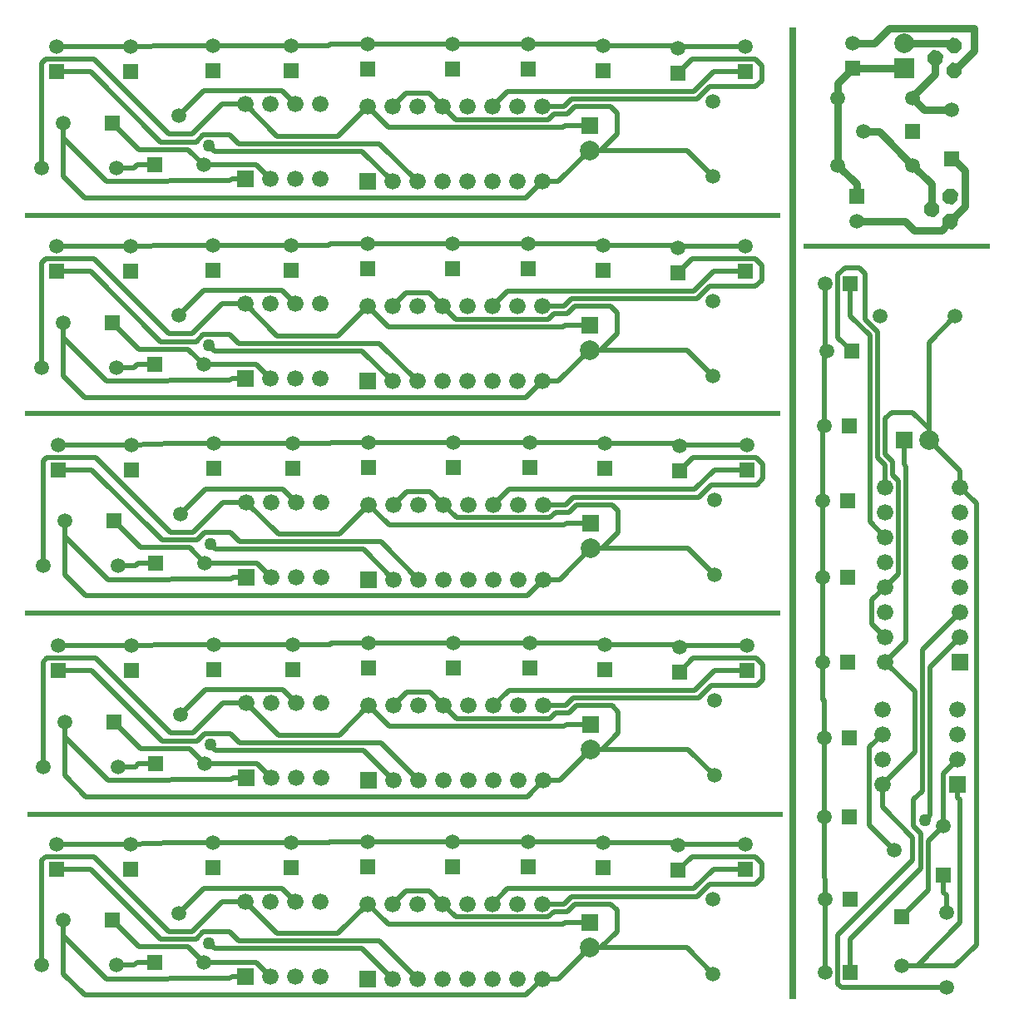
<source format=gbl>
G04 Layer_Physical_Order=2*
G04 Layer_Color=16711680*
%FSLAX25Y25*%
%MOIN*%
G70*
G01*
G75*
%ADD10C,0.03000*%
%ADD11C,0.02000*%
%ADD12R,0.74803X0.02362*%
%ADD13C,0.05905*%
%ADD14C,0.07874*%
%ADD15R,0.07874X0.07874*%
%ADD16R,0.05905X0.05905*%
%ADD17R,0.05905X0.05905*%
%ADD18R,0.02756X3.89764*%
%ADD19C,0.06600*%
%ADD20R,0.06600X0.06600*%
%ADD21R,0.07087X0.07087*%
%ADD22C,0.05937*%
%ADD23R,3.03150X0.02362*%
%ADD24R,0.06600X0.06600*%
%ADD25R,0.07087X0.07087*%
%ADD26C,0.05000*%
G36*
X375958Y389428D02*
X377664Y387566D01*
X377554Y385042D01*
X375692Y383336D01*
X373168Y383446D01*
X371462Y385308D01*
X371572Y387832D01*
X373434Y389538D01*
X375958Y389428D01*
D02*
G37*
G36*
X368458Y384428D02*
X370164Y382566D01*
X370054Y380042D01*
X368192Y378336D01*
X365668Y378446D01*
X363962Y380308D01*
X364072Y382832D01*
X365934Y384538D01*
X368458Y384428D01*
D02*
G37*
G36*
X375958Y379428D02*
X377664Y377566D01*
X377554Y375042D01*
X375692Y373336D01*
X373168Y373446D01*
X371462Y375308D01*
X371572Y377832D01*
X373434Y379538D01*
X375958Y379428D01*
D02*
G37*
G36*
X374458Y328928D02*
X376164Y327066D01*
X376054Y324542D01*
X374192Y322836D01*
X371668Y322946D01*
X369962Y324808D01*
X370072Y327332D01*
X371934Y329038D01*
X374458Y328928D01*
D02*
G37*
G36*
X366958Y323928D02*
X368664Y322066D01*
X368554Y319542D01*
X366692Y317836D01*
X364168Y317946D01*
X362462Y319808D01*
X362572Y322332D01*
X364434Y324038D01*
X366958Y323928D01*
D02*
G37*
G36*
X374458Y318928D02*
X376164Y317066D01*
X376054Y314542D01*
X374192Y312836D01*
X371668Y312946D01*
X369962Y314808D01*
X370072Y317332D01*
X371934Y319038D01*
X374458Y318928D01*
D02*
G37*
D10*
X348626Y393500D02*
X382563D01*
X342563Y387437D02*
X348626Y393500D01*
X382563Y384437D02*
Y393500D01*
X335563Y325937D02*
Y330937D01*
X328063Y338437D02*
X335563Y330937D01*
X373563Y387437D02*
X374563Y386437D01*
X354563Y387437D02*
X373563D01*
X334063Y377437D02*
X354563D01*
X367063Y374937D02*
Y381437D01*
X358063Y365937D02*
X367063Y374937D01*
X358063Y365437D02*
Y365937D01*
X374563Y376437D02*
X382563Y384437D01*
X334063Y387437D02*
X342563D01*
X358063Y365437D02*
X362720Y360780D01*
X373563D01*
X373563Y341094D02*
X374406D01*
X379063Y336437D01*
Y321937D02*
Y336437D01*
X373063Y315937D02*
X379063Y321937D01*
X358063Y338437D02*
X365563Y330937D01*
Y320937D02*
Y330937D01*
X369563Y312437D02*
X373063Y315937D01*
X358563Y312437D02*
X369563D01*
X355063Y315937D02*
X358563Y312437D01*
X335563Y315937D02*
X355063D01*
X344563Y351937D02*
X358063Y338437D01*
X338221Y351937D02*
X344563D01*
X328063Y371437D02*
X334063Y377437D01*
X328063Y365437D02*
Y371437D01*
Y338437D02*
Y365437D01*
D11*
X322500Y109000D02*
Y124000D01*
X322000Y124500D02*
X322500Y124000D01*
X322000Y124500D02*
Y139500D01*
X322500Y77500D02*
Y109000D01*
X322000Y139500D02*
Y173500D01*
X323000Y15000D02*
Y44500D01*
X322000Y173500D02*
Y204000D01*
Y233500D01*
X323000Y264500D02*
Y291000D01*
X371500Y39000D02*
Y46000D01*
X370343Y47157D02*
X371500Y46000D01*
X370343Y47157D02*
Y54157D01*
X364500Y267500D02*
X375000Y278000D01*
X370343Y73843D02*
Y94843D01*
X376000Y100500D01*
X340700Y105200D02*
X346000Y110500D01*
X340700Y73957D02*
Y105200D01*
Y73957D02*
X350657Y64000D01*
X364500Y228500D02*
X377000Y216000D01*
Y209500D02*
Y216000D01*
X354500Y218600D02*
Y228500D01*
Y218600D02*
X355300Y217800D01*
Y147800D02*
Y217800D01*
X347000Y139500D02*
X355300Y147800D01*
X353500Y37343D02*
X364200Y48043D01*
Y67700D01*
X370343Y73843D01*
X346000Y90500D02*
X358900Y103400D01*
Y127600D01*
X347000Y139500D02*
X358900Y127600D01*
X361900Y144400D02*
X377000Y159500D01*
X328000Y269500D02*
X333500Y264000D01*
X328000Y269500D02*
Y294000D01*
X347000Y209500D02*
Y218400D01*
X352300Y174800D02*
Y212000D01*
X347000Y169500D02*
X352300Y174800D01*
X340900Y195600D02*
X347000Y189500D01*
X340900Y195600D02*
Y270244D01*
X333000Y278144D02*
X340900Y270244D01*
X333000Y278144D02*
Y291000D01*
X322500Y61500D02*
X323000Y44500D01*
X322500Y61500D02*
Y77500D01*
X341700Y154800D02*
X347000Y149500D01*
X341700Y154800D02*
Y164200D01*
X347000Y169500D01*
X353500Y17657D02*
X359757D01*
X376000Y85100D02*
Y90500D01*
X364900Y137400D02*
X377000Y149500D01*
X364900Y78100D02*
Y137400D01*
X359757Y17657D02*
X375057D01*
X322500Y234000D02*
Y263000D01*
X323500Y264000D01*
X323000Y264500D02*
X323500Y264000D01*
X322000Y233500D02*
X322500Y234000D01*
X329500Y9000D02*
X371500D01*
X328000Y10500D02*
X329500Y9000D01*
X333000Y15000D02*
Y28500D01*
X361200Y56700D01*
X328000Y10500D02*
Y30000D01*
X358050Y60050D01*
X328047Y294047D02*
Y294781D01*
X328000Y294000D02*
X328047Y294047D01*
X330766Y297500D02*
X336500D01*
X328047Y294781D02*
X330766Y297500D01*
X361200Y56700D02*
Y70800D01*
X346000Y81200D02*
Y90500D01*
X358050Y60050D02*
Y69150D01*
X346000Y81200D02*
X358050Y69150D01*
X358300Y73700D02*
X361200Y70800D01*
X358300Y73700D02*
Y84200D01*
X361900Y87800D01*
Y144400D01*
X362800Y76000D02*
X364900Y78100D01*
X359757Y17657D02*
X377042Y34942D01*
X376750Y84359D02*
X377042Y34942D01*
X376000Y85100D02*
X376750Y84359D01*
X350000Y214300D02*
X352300Y212000D01*
X344000Y221400D02*
X347000Y218400D01*
X344000Y221400D02*
Y271744D01*
X350000Y214300D02*
Y219643D01*
X347000Y222643D02*
X350000Y219643D01*
X347000Y222643D02*
Y237000D01*
X349500Y239500D01*
X358000D01*
X364500Y233000D01*
Y228500D02*
Y233000D01*
Y267500D01*
X339000Y276744D02*
X344000Y271744D01*
X339000Y276744D02*
Y295000D01*
X336500Y297500D02*
X339000Y295000D01*
X377000Y209500D02*
X383500Y203000D01*
X375057Y17657D02*
X383500Y26100D01*
Y203000D01*
X109500Y146500D02*
X124500D01*
X125000Y147000D01*
X140000D01*
X78000Y146500D02*
X109500D01*
X140000Y147000D02*
X174000D01*
X15500Y146000D02*
X45000D01*
X174000Y147000D02*
X204500D01*
X234000D01*
X265000Y146000D02*
X291500D01*
X39500Y97500D02*
X46500D01*
X47657Y98657D01*
X54657D01*
X268000Y104500D02*
X278500Y94000D01*
X74343Y98657D02*
X95343D01*
X101000Y93000D01*
X105700Y128300D02*
X111000Y123000D01*
X74457Y128300D02*
X105700D01*
X64500Y118343D02*
X74457Y128300D01*
X216500Y92000D02*
X229000Y104500D01*
X210000Y92000D02*
X216500D01*
X219100Y114500D02*
X229000D01*
X218300Y113700D02*
X219100Y114500D01*
X148300Y113700D02*
X218300D01*
X140000Y122000D02*
X148300Y113700D01*
X37843Y115500D02*
X48543Y104800D01*
X68200D01*
X74343Y98657D01*
X91000Y123000D02*
X103900Y110100D01*
X128100D01*
X140000Y122000D01*
X144900Y107100D02*
X160000Y92000D01*
X264500Y135500D02*
X270000Y141000D01*
X294500D01*
X210000Y122000D02*
X218900D01*
X175300Y116700D02*
X212500D01*
X170000Y122000D02*
X175300Y116700D01*
X190000Y122000D02*
X196100Y128100D01*
X270744D01*
X278644Y136000D01*
X291500D01*
X45000Y146000D02*
X62000Y146500D01*
X78000D01*
X150000Y122000D02*
X155300Y127300D01*
X164700D01*
X170000Y122000D01*
X18157Y109243D02*
Y115500D01*
X85600Y93000D02*
X91000D01*
X137900Y104100D02*
X150000Y92000D01*
X78600Y104100D02*
X137900D01*
X18157Y93943D02*
Y109243D01*
X234500Y146500D02*
X263500D01*
X264500Y145500D01*
X265000Y146000D01*
X234000Y147000D02*
X234500Y146500D01*
X9500Y97500D02*
Y139500D01*
X11000Y141000D01*
X15500Y136000D02*
X29000D01*
X57200Y107800D01*
X11000Y141000D02*
X30500D01*
X60550Y110950D01*
X294547Y140953D02*
X295281D01*
X294500Y141000D02*
X294547Y140953D01*
X298000Y132500D02*
Y138234D01*
X295281Y140953D02*
X298000Y138234D01*
X57200Y107800D02*
X71300D01*
X81700Y123000D02*
X91000D01*
X60550Y110950D02*
X69650D01*
X81700Y123000D01*
X71300Y107800D02*
X74200Y110700D01*
X84700D01*
X88300Y107100D01*
X144900D01*
X76500Y106200D02*
X78600Y104100D01*
X18157Y109243D02*
X35442Y91958D01*
X84859Y92250D01*
X85600Y93000D01*
X212500Y116700D02*
X214800Y119000D01*
X218900Y122000D02*
X221900Y125000D01*
X272244D01*
X214800Y119000D02*
X220143D01*
X223143Y122000D01*
X237500D01*
X240000Y119500D01*
Y111000D02*
Y119500D01*
X233500Y104500D02*
X240000Y111000D01*
X229000Y104500D02*
X233500D01*
X268000D01*
X272244Y125000D02*
X277244Y130000D01*
X295500D01*
X298000Y132500D01*
X203500Y85500D02*
X210000Y92000D01*
X18157Y93943D02*
X26600Y85500D01*
X203500D01*
X109500Y227000D02*
X124500D01*
X125000Y227500D01*
X140000D01*
X78000Y227000D02*
X109500D01*
X140000Y227500D02*
X174000D01*
X15500Y226500D02*
X45000D01*
X174000Y227500D02*
X204500D01*
X234000D01*
X265000Y226500D02*
X291500D01*
X39500Y178000D02*
X46500D01*
X47657Y179157D01*
X54657D01*
X268000Y185000D02*
X278500Y174500D01*
X74343Y179157D02*
X95343D01*
X101000Y173500D01*
X105700Y208800D02*
X111000Y203500D01*
X74457Y208800D02*
X105700D01*
X64500Y198843D02*
X74457Y208800D01*
X216500Y172500D02*
X229000Y185000D01*
X210000Y172500D02*
X216500D01*
X219100Y195000D02*
X229000D01*
X218300Y194200D02*
X219100Y195000D01*
X148300Y194200D02*
X218300D01*
X140000Y202500D02*
X148300Y194200D01*
X37843Y196000D02*
X48543Y185300D01*
X68200D01*
X74343Y179157D01*
X91000Y203500D02*
X103900Y190600D01*
X128100D01*
X140000Y202500D01*
X144900Y187600D02*
X160000Y172500D01*
X264500Y216000D02*
X270000Y221500D01*
X294500D01*
X210000Y202500D02*
X218900D01*
X175300Y197200D02*
X212500D01*
X170000Y202500D02*
X175300Y197200D01*
X190000Y202500D02*
X196100Y208600D01*
X270744D01*
X278644Y216500D01*
X291500D01*
X45000Y226500D02*
X62000Y227000D01*
X78000D01*
X150000Y202500D02*
X155300Y207800D01*
X164700D01*
X170000Y202500D01*
X18157Y189743D02*
Y196000D01*
X85600Y173500D02*
X91000D01*
X137900Y184600D02*
X150000Y172500D01*
X78600Y184600D02*
X137900D01*
X18157Y174443D02*
Y189743D01*
X234500Y227000D02*
X263500D01*
X264500Y226000D01*
X265000Y226500D01*
X234000Y227500D02*
X234500Y227000D01*
X9500Y178000D02*
Y220000D01*
X11000Y221500D01*
X15500Y216500D02*
X29000D01*
X57200Y188300D01*
X11000Y221500D02*
X30500D01*
X60550Y191450D01*
X294547Y221453D02*
X295281D01*
X294500Y221500D02*
X294547Y221453D01*
X298000Y213000D02*
Y218734D01*
X295281Y221453D02*
X298000Y218734D01*
X57200Y188300D02*
X71300D01*
X81700Y203500D02*
X91000D01*
X60550Y191450D02*
X69650D01*
X81700Y203500D01*
X71300Y188300D02*
X74200Y191200D01*
X84700D01*
X88300Y187600D01*
X144900D01*
X76500Y186700D02*
X78600Y184600D01*
X18157Y189743D02*
X35442Y172458D01*
X84859Y172750D01*
X85600Y173500D01*
X212500Y197200D02*
X214800Y199500D01*
X218900Y202500D02*
X221900Y205500D01*
X272244D01*
X214800Y199500D02*
X220143D01*
X223143Y202500D01*
X237500D01*
X240000Y200000D01*
Y191500D02*
Y200000D01*
X233500Y185000D02*
X240000Y191500D01*
X229000Y185000D02*
X233500D01*
X268000D01*
X272244Y205500D02*
X277244Y210500D01*
X295500D01*
X298000Y213000D01*
X203500Y166000D02*
X210000Y172500D01*
X18157Y174443D02*
X26600Y166000D01*
X203500D01*
X109000Y306500D02*
X124000D01*
X124500Y307000D01*
X139500D01*
X77500Y306500D02*
X109000D01*
X139500Y307000D02*
X173500D01*
X15000Y306000D02*
X44500D01*
X173500Y307000D02*
X204000D01*
X233500D01*
X264500Y306000D02*
X291000D01*
X39000Y257500D02*
X46000D01*
X47157Y258657D01*
X54157D01*
X267500Y264500D02*
X278000Y254000D01*
X73843Y258657D02*
X94843D01*
X100500Y253000D01*
X105200Y288300D02*
X110500Y283000D01*
X73957Y288300D02*
X105200D01*
X64000Y278343D02*
X73957Y288300D01*
X216000Y252000D02*
X228500Y264500D01*
X209500Y252000D02*
X216000D01*
X218600Y274500D02*
X228500D01*
X217800Y273700D02*
X218600Y274500D01*
X147800Y273700D02*
X217800D01*
X139500Y282000D02*
X147800Y273700D01*
X37343Y275500D02*
X48043Y264800D01*
X67700D01*
X73843Y258657D01*
X90500Y283000D02*
X103400Y270100D01*
X127600D01*
X139500Y282000D01*
X144400Y267100D02*
X159500Y252000D01*
X264000Y295500D02*
X269500Y301000D01*
X294000D01*
X209500Y282000D02*
X218400D01*
X174800Y276700D02*
X212000D01*
X169500Y282000D02*
X174800Y276700D01*
X189500Y282000D02*
X195600Y288100D01*
X270244D01*
X278144Y296000D01*
X291000D01*
X44500Y306000D02*
X61500Y306500D01*
X77500D01*
X149500Y282000D02*
X154800Y287300D01*
X164200D01*
X169500Y282000D01*
X17657Y269243D02*
Y275500D01*
X85100Y253000D02*
X90500D01*
X137400Y264100D02*
X149500Y252000D01*
X78100Y264100D02*
X137400D01*
X17657Y253943D02*
Y269243D01*
X234000Y306500D02*
X263000D01*
X264000Y305500D01*
X264500Y306000D01*
X233500Y307000D02*
X234000Y306500D01*
X9000Y257500D02*
Y299500D01*
X10500Y301000D01*
X15000Y296000D02*
X28500D01*
X56700Y267800D01*
X10500Y301000D02*
X30000D01*
X60050Y270950D01*
X294047Y300953D02*
X294781D01*
X294000Y301000D02*
X294047Y300953D01*
X297500Y292500D02*
Y298234D01*
X294781Y300953D02*
X297500Y298234D01*
X56700Y267800D02*
X70800D01*
X81200Y283000D02*
X90500D01*
X60050Y270950D02*
X69150D01*
X81200Y283000D01*
X70800Y267800D02*
X73700Y270700D01*
X84200D01*
X87800Y267100D01*
X144400D01*
X76000Y266200D02*
X78100Y264100D01*
X17657Y269243D02*
X34942Y251958D01*
X84359Y252250D01*
X85100Y253000D01*
X212000Y276700D02*
X214300Y279000D01*
X218400Y282000D02*
X221400Y285000D01*
X271744D01*
X214300Y279000D02*
X219643D01*
X222643Y282000D01*
X237000D01*
X239500Y279500D01*
Y271000D02*
Y279500D01*
X233000Y264500D02*
X239500Y271000D01*
X228500Y264500D02*
X233000D01*
X267500D01*
X271744Y285000D02*
X276744Y290000D01*
X295000D01*
X297500Y292500D01*
X203000Y245500D02*
X209500Y252000D01*
X17657Y253943D02*
X26100Y245500D01*
X203000D01*
X109000Y386500D02*
X124000D01*
X124500Y387000D01*
X139500D01*
X77500Y386500D02*
X109000D01*
X139500Y387000D02*
X173500D01*
X15000Y386000D02*
X44500D01*
X173500Y387000D02*
X204000D01*
X233500D01*
X264500Y386000D02*
X291000D01*
X39000Y337500D02*
X46000D01*
X47157Y338657D01*
X54157D01*
X267500Y344500D02*
X278000Y334000D01*
X73843Y338657D02*
X94843D01*
X100500Y333000D01*
X105200Y368300D02*
X110500Y363000D01*
X73957Y368300D02*
X105200D01*
X64000Y358343D02*
X73957Y368300D01*
X216000Y332000D02*
X228500Y344500D01*
X209500Y332000D02*
X216000D01*
X218600Y354500D02*
X228500D01*
X217800Y353700D02*
X218600Y354500D01*
X147800Y353700D02*
X217800D01*
X139500Y362000D02*
X147800Y353700D01*
X37343Y355500D02*
X48043Y344800D01*
X67700D01*
X73843Y338657D01*
X90500Y363000D02*
X103400Y350100D01*
X127600D01*
X139500Y362000D01*
X144400Y347100D02*
X159500Y332000D01*
X264000Y375500D02*
X269500Y381000D01*
X294000D01*
X209500Y362000D02*
X218400D01*
X174800Y356700D02*
X212000D01*
X169500Y362000D02*
X174800Y356700D01*
X189500Y362000D02*
X195600Y368100D01*
X270244D01*
X278144Y376000D01*
X291000D01*
X44500Y386000D02*
X61500Y386500D01*
X77500D01*
X149500Y362000D02*
X154800Y367300D01*
X164200D01*
X169500Y362000D01*
X17657Y349243D02*
Y355500D01*
X85100Y333000D02*
X90500D01*
X137400Y344100D02*
X149500Y332000D01*
X78100Y344100D02*
X137400D01*
X17657Y333943D02*
Y349243D01*
X234000Y386500D02*
X263000D01*
X264000Y385500D01*
X264500Y386000D01*
X233500Y387000D02*
X234000Y386500D01*
X9000Y337500D02*
Y379500D01*
X10500Y381000D01*
X15000Y376000D02*
X28500D01*
X56700Y347800D01*
X10500Y381000D02*
X30000D01*
X60050Y350950D01*
X294047Y380953D02*
X294781D01*
X294000Y381000D02*
X294047Y380953D01*
X297500Y372500D02*
Y378234D01*
X294781Y380953D02*
X297500Y378234D01*
X56700Y347800D02*
X70800D01*
X81200Y363000D02*
X90500D01*
X60050Y350950D02*
X69150D01*
X81200Y363000D01*
X70800Y347800D02*
X73700Y350700D01*
X84200D01*
X87800Y347100D01*
X144400D01*
X76000Y346200D02*
X78100Y344100D01*
X17657Y349243D02*
X34942Y331958D01*
X84359Y332250D01*
X85100Y333000D01*
X212000Y356700D02*
X214300Y359000D01*
X218400Y362000D02*
X221400Y365000D01*
X271744D01*
X214300Y359000D02*
X219643D01*
X222643Y362000D01*
X237000D01*
X239500Y359500D01*
Y351000D02*
Y359500D01*
X233000Y344500D02*
X239500Y351000D01*
X228500Y344500D02*
X233000D01*
X267500D01*
X271744Y365000D02*
X276744Y370000D01*
X295000D01*
X297500Y372500D01*
X203000Y325500D02*
X209500Y332000D01*
X17657Y333943D02*
X26100Y325500D01*
X203000D01*
X26100Y6000D02*
X203000D01*
X17657Y14443D02*
X26100Y6000D01*
X203000D02*
X209500Y12500D01*
X295000Y50500D02*
X297500Y53000D01*
X276744Y50500D02*
X295000D01*
X271744Y45500D02*
X276744Y50500D01*
X233000Y25000D02*
X267500D01*
X228500D02*
X233000D01*
X239500Y31500D01*
Y40000D01*
X237000Y42500D02*
X239500Y40000D01*
X222643Y42500D02*
X237000D01*
X219643Y39500D02*
X222643Y42500D01*
X214300Y39500D02*
X219643D01*
X221400Y45500D02*
X271744D01*
X218400Y42500D02*
X221400Y45500D01*
X212000Y37200D02*
X214300Y39500D01*
X84359Y12750D02*
X85100Y13500D01*
X34942Y12458D02*
X84359Y12750D01*
X17657Y29743D02*
X34942Y12458D01*
X76000Y26700D02*
X78100Y24600D01*
X87800Y27600D02*
X144400D01*
X84200Y31200D02*
X87800Y27600D01*
X73700Y31200D02*
X84200D01*
X70800Y28300D02*
X73700Y31200D01*
X69150Y31450D02*
X81200Y43500D01*
X60050Y31450D02*
X69150D01*
X81200Y43500D02*
X90500D01*
X56700Y28300D02*
X70800D01*
X294781Y61453D02*
X297500Y58734D01*
Y53000D02*
Y58734D01*
X294000Y61500D02*
X294047Y61453D01*
X294781D01*
X30000Y61500D02*
X60050Y31450D01*
X10500Y61500D02*
X30000D01*
X28500Y56500D02*
X56700Y28300D01*
X15000Y56500D02*
X28500D01*
X9000Y60000D02*
X10500Y61500D01*
X9000Y18000D02*
Y60000D01*
X233500Y67500D02*
X234000Y67000D01*
X264000Y66000D02*
X264500Y66500D01*
X263000Y67000D02*
X264000Y66000D01*
X234000Y67000D02*
X263000D01*
X17657Y14443D02*
Y29743D01*
X78100Y24600D02*
X137400D01*
X149500Y12500D01*
X85100Y13500D02*
X90500D01*
X17657Y29743D02*
Y36000D01*
X164200Y47800D02*
X169500Y42500D01*
X154800Y47800D02*
X164200D01*
X149500Y42500D02*
X154800Y47800D01*
X61500Y67000D02*
X77500D01*
X44500Y66500D02*
X61500Y67000D01*
X278144Y56500D02*
X291000D01*
X270244Y48600D02*
X278144Y56500D01*
X195600Y48600D02*
X270244D01*
X189500Y42500D02*
X195600Y48600D01*
X169500Y42500D02*
X174800Y37200D01*
X212000D01*
X209500Y42500D02*
X218400D01*
X269500Y61500D02*
X294000D01*
X264000Y56000D02*
X269500Y61500D01*
X144400Y27600D02*
X159500Y12500D01*
X127600Y30600D02*
X139500Y42500D01*
X103400Y30600D02*
X127600D01*
X90500Y43500D02*
X103400Y30600D01*
X67700Y25300D02*
X73843Y19157D01*
X48043Y25300D02*
X67700D01*
X37343Y36000D02*
X48043Y25300D01*
X139500Y42500D02*
X147800Y34200D01*
X217800D01*
X218600Y35000D01*
X228500D01*
X209500Y12500D02*
X216000D01*
X228500Y25000D01*
X64000Y38843D02*
X73957Y48800D01*
X105200D01*
X110500Y43500D01*
X94843Y19157D02*
X100500Y13500D01*
X73843Y19157D02*
X94843D01*
X267500Y25000D02*
X278000Y14500D01*
X47157Y19157D02*
X54157D01*
X46000Y18000D02*
X47157Y19157D01*
X39000Y18000D02*
X46000D01*
X264500Y66500D02*
X291000D01*
X204000Y67500D02*
X233500D01*
X173500D02*
X204000D01*
X15000Y66500D02*
X44500D01*
X139500Y67500D02*
X173500D01*
X77500Y67000D02*
X109000D01*
X124500Y67500D02*
X139500D01*
X124000Y67000D02*
X124500Y67500D01*
X109000Y67000D02*
X124000D01*
D12*
X351500Y306000D02*
D03*
D13*
X358063Y365437D02*
D03*
X328063D02*
D03*
X358063Y338437D02*
D03*
X328063D02*
D03*
X374563Y376437D02*
D03*
X367063Y381437D02*
D03*
X374563Y386437D02*
D03*
X373063Y315937D02*
D03*
X365563Y320937D02*
D03*
X373063Y325937D02*
D03*
X334063Y387437D02*
D03*
X335563Y315937D02*
D03*
X338221Y351937D02*
D03*
X373563Y360780D02*
D03*
X345000Y278000D02*
D03*
X375000D02*
D03*
X353500Y17657D02*
D03*
X323000Y291000D02*
D03*
X371500Y9000D02*
D03*
Y39000D02*
D03*
X323500Y264000D02*
D03*
X322500Y234000D02*
D03*
X322000Y204000D02*
D03*
Y173500D02*
D03*
Y139500D02*
D03*
X322500Y109000D02*
D03*
Y77500D02*
D03*
X323000Y44500D02*
D03*
Y15000D02*
D03*
X278500Y124000D02*
D03*
Y94000D02*
D03*
X18157Y115500D02*
D03*
X291500Y146000D02*
D03*
X9500Y97500D02*
D03*
X39500D02*
D03*
X264500Y145500D02*
D03*
X234500Y146500D02*
D03*
X204500Y147000D02*
D03*
X174000D02*
D03*
X140000D02*
D03*
X109500Y146500D02*
D03*
X78000D02*
D03*
X45000Y146000D02*
D03*
X15500D02*
D03*
X278500Y204500D02*
D03*
Y174500D02*
D03*
X18157Y196000D02*
D03*
X291500Y226500D02*
D03*
X9500Y178000D02*
D03*
X39500D02*
D03*
X264500Y226000D02*
D03*
X234500Y227000D02*
D03*
X204500Y227500D02*
D03*
X174000D02*
D03*
X140000D02*
D03*
X109500Y227000D02*
D03*
X78000D02*
D03*
X45000Y226500D02*
D03*
X15500D02*
D03*
X278000Y284000D02*
D03*
Y254000D02*
D03*
X17657Y275500D02*
D03*
X291000Y306000D02*
D03*
X9000Y257500D02*
D03*
X39000D02*
D03*
X264000Y305500D02*
D03*
X234000Y306500D02*
D03*
X204000Y307000D02*
D03*
X173500D02*
D03*
X139500D02*
D03*
X109000Y306500D02*
D03*
X77500D02*
D03*
X44500Y306000D02*
D03*
X15000D02*
D03*
X278000Y364000D02*
D03*
Y334000D02*
D03*
X17657Y355500D02*
D03*
X291000Y386000D02*
D03*
X9000Y337500D02*
D03*
X39000D02*
D03*
X264000Y385500D02*
D03*
X234000Y386500D02*
D03*
X204000Y387000D02*
D03*
X173500D02*
D03*
X139500D02*
D03*
X109000Y386500D02*
D03*
X77500D02*
D03*
X44500Y386000D02*
D03*
X15000D02*
D03*
X278000Y44500D02*
D03*
Y14500D02*
D03*
X17657Y36000D02*
D03*
X9000Y18000D02*
D03*
X39000D02*
D03*
X15000Y66500D02*
D03*
X44500D02*
D03*
X77500Y67000D02*
D03*
X109000D02*
D03*
X139500Y67500D02*
D03*
X173500D02*
D03*
X204000D02*
D03*
X234000Y67000D02*
D03*
X264000Y66000D02*
D03*
X291000Y66500D02*
D03*
D14*
X354563Y387437D02*
D03*
X364500Y228500D02*
D03*
X229000Y104500D02*
D03*
Y185000D02*
D03*
X228500Y264500D02*
D03*
Y344500D02*
D03*
Y25000D02*
D03*
D15*
X354563Y377437D02*
D03*
D16*
X334063D02*
D03*
X335563Y325937D02*
D03*
X373563Y341094D02*
D03*
X370343Y54157D02*
D03*
X353500Y37343D02*
D03*
X291500Y136000D02*
D03*
X264500Y135500D02*
D03*
X234500Y136500D02*
D03*
X204500Y137000D02*
D03*
X174000D02*
D03*
X140000D02*
D03*
X109500Y136500D02*
D03*
X78000D02*
D03*
X45000Y136000D02*
D03*
X15500D02*
D03*
X291500Y216500D02*
D03*
X264500Y216000D02*
D03*
X234500Y217000D02*
D03*
X204500Y217500D02*
D03*
X174000D02*
D03*
X140000D02*
D03*
X109500Y217000D02*
D03*
X78000D02*
D03*
X45000Y216500D02*
D03*
X15500D02*
D03*
X291000Y296000D02*
D03*
X264000Y295500D02*
D03*
X234000Y296500D02*
D03*
X204000Y297000D02*
D03*
X173500D02*
D03*
X139500D02*
D03*
X109000Y296500D02*
D03*
X77500D02*
D03*
X44500Y296000D02*
D03*
X15000D02*
D03*
X291000Y376000D02*
D03*
X264000Y375500D02*
D03*
X234000Y376500D02*
D03*
X204000Y377000D02*
D03*
X173500D02*
D03*
X139500D02*
D03*
X109000Y376500D02*
D03*
X77500D02*
D03*
X44500Y376000D02*
D03*
X15000D02*
D03*
Y56500D02*
D03*
X44500D02*
D03*
X77500Y57000D02*
D03*
X109000D02*
D03*
X139500Y57500D02*
D03*
X173500D02*
D03*
X204000D02*
D03*
X234000Y57000D02*
D03*
X264000Y56000D02*
D03*
X291000Y56500D02*
D03*
D17*
X357906Y351937D02*
D03*
X333000Y291000D02*
D03*
X333500Y264000D02*
D03*
X332500Y234000D02*
D03*
X332000Y204000D02*
D03*
Y173500D02*
D03*
Y139500D02*
D03*
X332500Y109000D02*
D03*
Y77500D02*
D03*
X333000Y44500D02*
D03*
Y15000D02*
D03*
X54657Y98657D02*
D03*
X37843Y115500D02*
D03*
X54657Y179157D02*
D03*
X37843Y196000D02*
D03*
X54157Y258657D02*
D03*
X37343Y275500D02*
D03*
X54157Y338657D02*
D03*
X37343Y355500D02*
D03*
X54157Y19157D02*
D03*
X37343Y36000D02*
D03*
D18*
X310000Y199000D02*
D03*
D19*
X346000Y90500D02*
D03*
Y100500D02*
D03*
Y110500D02*
D03*
Y120500D02*
D03*
X376000D02*
D03*
Y110500D02*
D03*
Y100500D02*
D03*
X347000Y139500D02*
D03*
Y149500D02*
D03*
Y159500D02*
D03*
Y169500D02*
D03*
Y179500D02*
D03*
Y189500D02*
D03*
Y199500D02*
D03*
Y209500D02*
D03*
X377000D02*
D03*
Y199500D02*
D03*
Y189500D02*
D03*
Y179500D02*
D03*
Y169500D02*
D03*
Y159500D02*
D03*
Y149500D02*
D03*
X91000Y123000D02*
D03*
X101000D02*
D03*
X111000D02*
D03*
X121000D02*
D03*
Y93000D02*
D03*
X111000D02*
D03*
X101000D02*
D03*
X140000Y122000D02*
D03*
X150000D02*
D03*
X160000D02*
D03*
X170000D02*
D03*
X180000D02*
D03*
X190000D02*
D03*
X200000D02*
D03*
X210000D02*
D03*
Y92000D02*
D03*
X200000D02*
D03*
X190000D02*
D03*
X180000D02*
D03*
X170000D02*
D03*
X160000D02*
D03*
X150000D02*
D03*
X91000Y203500D02*
D03*
X101000D02*
D03*
X111000D02*
D03*
X121000D02*
D03*
Y173500D02*
D03*
X111000D02*
D03*
X101000D02*
D03*
X140000Y202500D02*
D03*
X150000D02*
D03*
X160000D02*
D03*
X170000D02*
D03*
X180000D02*
D03*
X190000D02*
D03*
X200000D02*
D03*
X210000D02*
D03*
Y172500D02*
D03*
X200000D02*
D03*
X190000D02*
D03*
X180000D02*
D03*
X170000D02*
D03*
X160000D02*
D03*
X150000D02*
D03*
X90500Y283000D02*
D03*
X100500D02*
D03*
X110500D02*
D03*
X120500D02*
D03*
Y253000D02*
D03*
X110500D02*
D03*
X100500D02*
D03*
X139500Y282000D02*
D03*
X149500D02*
D03*
X159500D02*
D03*
X169500D02*
D03*
X179500D02*
D03*
X189500D02*
D03*
X199500D02*
D03*
X209500D02*
D03*
Y252000D02*
D03*
X199500D02*
D03*
X189500D02*
D03*
X179500D02*
D03*
X169500D02*
D03*
X159500D02*
D03*
X149500D02*
D03*
X90500Y363000D02*
D03*
X100500D02*
D03*
X110500D02*
D03*
X120500D02*
D03*
Y333000D02*
D03*
X110500D02*
D03*
X100500D02*
D03*
X139500Y362000D02*
D03*
X149500D02*
D03*
X159500D02*
D03*
X169500D02*
D03*
X179500D02*
D03*
X189500D02*
D03*
X199500D02*
D03*
X209500D02*
D03*
Y332000D02*
D03*
X199500D02*
D03*
X189500D02*
D03*
X179500D02*
D03*
X169500D02*
D03*
X159500D02*
D03*
X149500D02*
D03*
X90500Y43500D02*
D03*
X100500D02*
D03*
X110500D02*
D03*
X120500D02*
D03*
Y13500D02*
D03*
X110500D02*
D03*
X100500D02*
D03*
X139500Y42500D02*
D03*
X149500D02*
D03*
X159500D02*
D03*
X169500D02*
D03*
X179500D02*
D03*
X189500D02*
D03*
X199500D02*
D03*
X209500D02*
D03*
Y12500D02*
D03*
X199500D02*
D03*
X189500D02*
D03*
X179500D02*
D03*
X169500D02*
D03*
X159500D02*
D03*
X149500D02*
D03*
D20*
X376000Y90500D02*
D03*
X377000Y139500D02*
D03*
D21*
X354500Y228500D02*
D03*
D22*
X370343Y73843D02*
D03*
X350657Y64000D02*
D03*
X74343Y98657D02*
D03*
X64500Y118343D02*
D03*
X74343Y179157D02*
D03*
X64500Y198843D02*
D03*
X73843Y258657D02*
D03*
X64000Y278343D02*
D03*
X73843Y338657D02*
D03*
X64000Y358343D02*
D03*
X73843Y19157D02*
D03*
X64000Y38843D02*
D03*
D23*
X153500Y318500D02*
D03*
Y239000D02*
D03*
Y159000D02*
D03*
X154500Y78500D02*
D03*
D24*
X91000Y93000D02*
D03*
X140000Y92000D02*
D03*
X91000Y173500D02*
D03*
X140000Y172500D02*
D03*
X90500Y253000D02*
D03*
X139500Y252000D02*
D03*
X90500Y333000D02*
D03*
X139500Y332000D02*
D03*
X90500Y13500D02*
D03*
X139500Y12500D02*
D03*
D25*
X229000Y114500D02*
D03*
Y195000D02*
D03*
X228500Y274500D02*
D03*
Y354500D02*
D03*
Y35000D02*
D03*
D26*
X362800Y76000D02*
D03*
X76500Y106200D02*
D03*
Y186700D02*
D03*
X76000Y266200D02*
D03*
Y346200D02*
D03*
Y26700D02*
D03*
M02*

</source>
